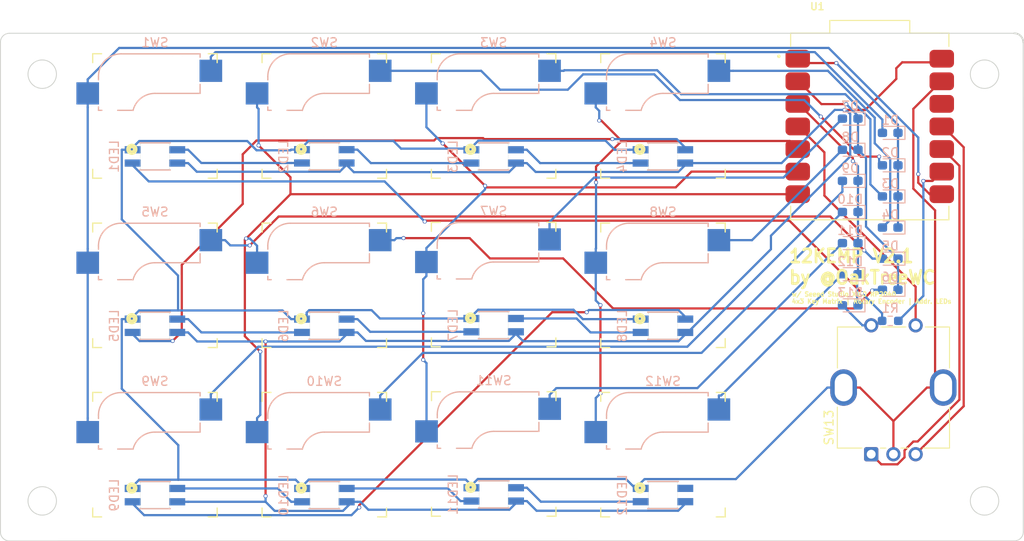
<source format=kicad_pcb>
(kicad_pcb (version 20221018) (generator pcbnew)
  (layers (0 "F.Cu" signal) (31 "B.Cu" signal) (34 "B.Paste" user) (35 "F.Paste" user) (36 "B.SilkS" user "B.Silkscreen") (37 "F.SilkS" user "F.Silkscreen") (38 "B.Mask" user) (39 "F.Mask" user) (44 "Edge.Cuts" user))
  (net 0 "")
  (net 1 "GND")
  (net 2 "/Row1")
  (net 3 "Net-(D1-A)")
  (net 4 "/Row2")
  (net 5 "Net-(D2-A)")
  (net 6 "/Row3")
  (net 7 "Net-(D3-A)")
  (net 8 "Net-(D4-A)")
  (net 9 "Net-(D5-A)")
  (net 10 "Net-(D6-A)")
  (net 11 "Net-(D7-A)")
  (net 12 "Net-(D8-A)")
  (net 13 "Net-(D9-A)")
  (net 14 "Net-(D10-A)")
  (net 15 "Net-(D11-A)")
  (net 16 "Net-(D12-A)")
  (net 17 "/Col5")
  (net 18 "/Encoder_A")
  (net 19 "/Encoder_B")
  (net 20 "/Col1")
  (net 21 "/Col4")
  (net 22 "/Col2")
  (net 23 "/Col3")
  (net 24 "/NPDATA2")
  (net 25 "Net-(LED1-DOUT)")
  (net 26 "Net-(LED1-DIN)")
  (net 27 "Net-(LED2-DOUT)")
  (net 28 "Net-(LED3-DOUT)")
  (net 29 "Net-(LED4-DOUT)")
  (net 30 "Net-(LED5-DOUT)")
  (net 31 "Net-(LED6-DOUT)")
  (net 32 "Net-(LED7-DOUT)")
  (net 33 "Net-(LED8-DOUT)")
  (net 34 "Net-(LED10-DIN)")
  (net 35 "Net-(LED10-DOUT)")
  (net 36 "Net-(LED11-DOUT)")
  (net 38 "+5V")
  (net 39 "+3V3")
  (net 40 "Net-(D13-A)")
  (footprint "KalihChocV1:Kailh_socket_MX" (layer "F.Cu") (at 128.7275 70.7)
    (fp_text reference "SW2")
    (fp_text value "MXSocket")
  )
  (footprint "KalihChocV1:Kailh_socket_MX" (layer "F.Cu") (at 147.7775 89.67)
    (fp_text reference "SW7")
    (fp_text value "MXSocket")
  )
  (footprint "KalihChocV1:Kailh_socket_MX" (layer "F.Cu") (at 109.6775 89.75)
    (fp_text reference "SW5")
    (fp_text value "MXSocket")
  )
  (footprint "102010428:MODULE_102010428" (layer "F.Cu") (at 190.0895 71.88)
    (fp_text reference "U1")
    (fp_text value "102010428")
  )
  (footprint "KalihChocV1:Kailh_socket_MX" (layer "F.Cu") (at 147.79 108.72)
    (fp_text reference "SW11")
    (fp_text value "MXSocket")
  )
  (footprint "KalihChocV1:Kailh_socket_MX" (layer "F.Cu") (at 128.7275 108.8)
    (fp_text reference "SW10")
    (fp_text value "MXSocket")
  )
  (footprint "KalihChocV1:Kailh_socket_MX" (layer "F.Cu") (at 109.6775 70.7)
    (fp_text reference "SW1")
    (fp_text value "MXSocket")
  )
  (footprint "KalihChocV1:Kailh_socket_MX" (layer "F.Cu") (at 166.8275 89.75)
    (fp_text reference "SW8")
    (fp_text value "MXSocket")
  )
  (footprint "KalihChocV1:Kailh_socket_MX" (layer "F.Cu") (at 128.7275 89.75)
    (fp_text reference "SW6")
    (fp_text value "MXSocket")
  )
  (footprint "KalihChocV1:Kailh_socket_MX" (layer "F.Cu") (at 109.6775 108.8)
    (fp_text reference "SW9")
    (fp_text value "MXSocket")
  )
  (footprint "KalihChocV1:Kailh_socket_MX" (layer "F.Cu") (at 166.8275 108.8)
    (fp_text reference "SW12")
    (fp_text value "MXSocket")
  )
  (footprint "KalihChocV1:Kailh_socket_MX" (layer "F.Cu") (at 147.7775 70.7)
    (fp_text reference "SW3")
    (fp_text value "MXSocket")
  )
  (footprint "Rotary_Encoder:RotaryEncoder_Bourns_Vertical_PEC12R-3x17F-Sxxxx" (layer "F.Cu") (at 190.25 108.75 90)
    (fp_text reference "SW13")
    (fp_text value "RotaryEncoder_Switch")
  )
  (footprint "KalihChocV1:Kailh_socket_MX" (layer "F.Cu") (at 166.8275 70.7)
    (fp_text reference "SW4")
    (fp_text value "MXSocket")
  )
  (footprint "4960 NeoPixels:4960_ADA" (layer "B.Cu") (at 128.73 94.3 180)
    (fp_text reference "LED6")
    (fp_text value "NeoPixel_THT")
    (fp_line (start -1.65 1.35) (end -1.65 -1.35) (stroke (width 0.0254)) (layer "Edge.Cuts"))
    (fp_line (start -1.55 -1.45) (end 1.55 -1.45) (stroke (width 0.0254)) (layer "Edge.Cuts"))
    (fp_line (start -1.55 1.45) (end 1.55 1.45) (stroke (width 0.0254)) (layer "Edge.Cuts"))
    (fp_line (start 1.65 -1.35) (end 1.65 1.35) (stroke (width 0.0254)) (layer "Edge.Cuts"))
    (fp_arc (start -1.65 -1.35) (mid -1.620711 -1.420711) (end -1.55 -1.45) (stroke (width 0.05)) (layer "Edge.Cuts"))
    (fp_arc (start -1.55 1.45) (mid -1.620711 1.420711) (end -1.65 1.35) (stroke (width 0.05)) (layer "Edge.Cuts"))
    (fp_arc (start 1.55 -1.45) (mid 1.620711 -1.420711) (end 1.65 -1.35) (stroke (width 0.05)) (layer "Edge.Cuts"))
    (fp_arc (start 1.65 1.35) (mid 1.620711 1.420711) (end 1.55 1.45) (stroke (width 0.05)) (layer "Edge.Cuts"))
  )
  (footprint "Diode_SMD:D_0603_1608Metric_Pad1.05x0.95mm_HandSolder" (layer "B.Cu") (at 187.8895 74.5 180)
    (fp_text reference "D8")
    (fp_text value "D_Schottky")
  )
  (footprint "4960 NeoPixels:4960_ADA" (layer "B.Cu") (at 109.68 113.35 180)
    (fp_text reference "LED9")
    (fp_text value "NeoPixel_THT")
    (fp_line (start -1.65 1.35) (end -1.65 -1.35) (stroke (width 0.0254)) (layer "Edge.Cuts"))
    (fp_line (start -1.55 -1.45) (end 1.55 -1.45) (stroke (width 0.0254)) (layer "Edge.Cuts"))
    (fp_line (start -1.55 1.45) (end 1.55 1.45) (stroke (width 0.0254)) (layer "Edge.Cuts"))
    (fp_line (start 1.65 -1.35) (end 1.65 1.35) (stroke (width 0.0254)) (layer "Edge.Cuts"))
    (fp_arc (start -1.65 -1.35) (mid -1.620711 -1.420711) (end -1.55 -1.45) (stroke (width 0.05)) (layer "Edge.Cuts"))
    (fp_arc (start -1.55 1.45) (mid -1.620711 1.420711) (end -1.65 1.35) (stroke (width 0.05)) (layer "Edge.Cuts"))
    (fp_arc (start 1.55 -1.45) (mid 1.620711 -1.420711) (end 1.65 -1.35) (stroke (width 0.05)) (layer "Edge.Cuts"))
    (fp_arc (start 1.65 1.35) (mid 1.620711 1.420711) (end 1.55 1.45) (stroke (width 0.05)) (layer "Edge.Cuts"))
  )
  (footprint "Diode_SMD:D_0603_1608Metric_Pad1.05x0.95mm_HandSolder" (layer "B.Cu") (at 192.3895 79.75 180)
    (fp_text reference "D3")
    (fp_text value "D_Schottky")
  )
  (footprint "Diode_SMD:D_0603_1608Metric_Pad1.05x0.95mm_HandSolder" (layer "B.Cu") (at 192.3895 90.25 180)
    (fp_text reference "D6")
    (fp_text value "D_Schottky")
  )
  (footprint "4960 NeoPixels:4960_ADA" (layer "B.Cu") (at 109.68 75.25 180)
    (fp_text reference "LED1")
    (fp_text value "NeoPixel_THT")
    (fp_line (start -1.65 1.35) (end -1.65 -1.35) (stroke (width 0.0254)) (layer "Edge.Cuts"))
    (fp_line (start -1.55 -1.45) (end 1.55 -1.45) (stroke (width 0.0254)) (layer "Edge.Cuts"))
    (fp_line (start -1.55 1.45) (end 1.55 1.45) (stroke (width 0.0254)) (layer "Edge.Cuts"))
    (fp_line (start 1.65 -1.35) (end 1.65 1.35) (stroke (width 0.0254)) (layer "Edge.Cuts"))
    (fp_arc (start -1.65 -1.35) (mid -1.620711 -1.420711) (end -1.55 -1.45) (stroke (width 0.05)) (layer "Edge.Cuts"))
    (fp_arc (start -1.55 1.45) (mid -1.620711 1.420711) (end -1.65 1.35) (stroke (width 0.05)) (layer "Edge.Cuts"))
    (fp_arc (start 1.55 -1.45) (mid 1.620711 -1.420711) (end 1.65 -1.35) (stroke (width 0.05)) (layer "Edge.Cuts"))
    (fp_arc (start 1.65 1.35) (mid 1.620711 1.420711) (end 1.55 1.45) (stroke (width 0.05)) (layer "Edge.Cuts"))
  )
  (footprint "Diode_SMD:D_0603_1608Metric_Pad1.05x0.95mm_HandSolder" (layer "B.Cu") (at 187.8895 92 180)
    (fp_text reference "D13")
    (fp_text value "D_Schottky")
  )
  (footprint "Diode_SMD:D_0603_1608Metric_Pad1.05x0.95mm_HandSolder" (layer "B.Cu") (at 187.8895 85 180)
    (fp_text reference "D11")
    (fp_text value "D_Schottky")
  )
  (footprint "Diode_SMD:D_0603_1608Metric_Pad1.05x0.95mm_HandSolder" (layer "B.Cu") (at 192.3895 72.6 180)
    (fp_text reference "D1")
    (fp_text value "D_Schottky")
  )
  (footprint "4960 NeoPixels:4960_ADA" (layer "B.Cu") (at 147.78 75.25 180)
    (fp_text reference "LED3")
    (fp_text value "NeoPixel_THT")
    (fp_line (start -1.65 1.35) (end -1.65 -1.35) (stroke (width 0.0254)) (layer "Edge.Cuts"))
    (fp_line (start -1.55 -1.45) (end 1.55 -1.45) (stroke (width 0.0254)) (layer "Edge.Cuts"))
    (fp_line (start -1.55 1.45) (end 1.55 1.45) (stroke (width 0.0254)) (layer "Edge.Cuts"))
    (fp_line (start 1.65 -1.35) (end 1.65 1.35) (stroke (width 0.0254)) (layer "Edge.Cuts"))
    (fp_arc (start -1.65 -1.35) (mid -1.620711 -1.420711) (end -1.55 -1.45) (stroke (width 0.05)) (layer "Edge.Cuts"))
    (fp_arc (start -1.55 1.45) (mid -1.620711 1.420711) (end -1.65 1.35) (stroke (width 0.05)) (layer "Edge.Cuts"))
    (fp_arc (start 1.55 -1.45) (mid 1.620711 -1.420711) (end 1.65 -1.35) (stroke (width 0.05)) (layer "Edge.Cuts"))
    (fp_arc (start 1.65 1.35) (mid 1.620711 1.420711) (end 1.55 1.45) (stroke (width 0.05)) (layer "Edge.Cuts"))
  )
  (footprint "Diode_SMD:D_0603_1608Metric_Pad1.05x0.95mm_HandSolder" (layer "B.Cu") (at 187.8895 81.5 180)
    (fp_text reference "D10")
    (fp_text value "D_Schottky")
  )
  (footprint "4960 NeoPixels:4960_ADA" (layer "B.Cu") (at 166.82 75.25 180)
    (fp_text reference "LED4")
    (fp_text value "NeoPixel_THT")
    (fp_line (start -1.65 1.35) (end -1.65 -1.35) (stroke (width 0.0254)) (layer "Edge.Cuts"))
    (fp_line (start -1.55 -1.45) (end 1.55 -1.45) (stroke (width 0.0254)) (layer "Edge.Cuts"))
    (fp_line (start -1.55 1.45) (end 1.55 1.45) (stroke (width 0.0254)) (layer "Edge.Cuts"))
    (fp_line (start 1.65 -1.35) (end 1.65 1.35) (stroke (width 0.0254)) (layer "Edge.Cuts"))
    (fp_arc (start -1.65 -1.35) (mid -1.620711 -1.420711) (end -1.55 -1.45) (stroke (width 0.05)) (layer "Edge.Cuts"))
    (fp_arc (start -1.55 1.45) (mid -1.620711 1.420711) (end -1.65 1.35) (stroke (width 0.05)) (layer "Edge.Cuts"))
    (fp_arc (start 1.55 -1.45) (mid 1.620711 -1.420711) (end 1.65 -1.35) (stroke (width 0.05)) (layer "Edge.Cuts"))
    (fp_arc (start 1.65 1.35) (mid 1.620711 1.420711) (end 1.55 1.45) (stroke (width 0.05)) (layer "Edge.Cuts"))
  )
  (footprint "4960 NeoPixels:4960_ADA" (layer "B.Cu") (at 109.68 94.3 180)
    (fp_text reference "LED5")
    (fp_text value "NeoPixel_THT")
    (fp_line (start -1.65 1.35) (end -1.65 -1.35) (stroke (width 0.0254)) (layer "Edge.Cuts"))
    (fp_line (start -1.55 -1.45) (end 1.55 -1.45) (stroke (width 0.0254)) (layer "Edge.Cuts"))
    (fp_line (start -1.55 1.45) (end 1.55 1.45) (stroke (width 0.0254)) (layer "Edge.Cuts"))
    (fp_line (start 1.65 -1.35) (end 1.65 1.35) (stroke (width 0.0254)) (layer "Edge.Cuts"))
    (fp_arc (start -1.65 -1.35) (mid -1.620711 -1.420711) (end -1.55 -1.45) (stroke (width 0.05)) (layer "Edge.Cuts"))
    (fp_arc (start -1.55 1.45) (mid -1.620711 1.420711) (end -1.65 1.35) (stroke (width 0.05)) (layer "Edge.Cuts"))
    (fp_arc (start 1.55 -1.45) (mid 1.620711 -1.420711) (end 1.65 -1.35) (stroke (width 0.05)) (layer "Edge.Cuts"))
    (fp_arc (start 1.65 1.35) (mid 1.620711 1.420711) (end 1.55 1.45) (stroke (width 0.05)) (layer "Edge.Cuts"))
  )
  (footprint "4960 NeoPixels:4960_ADA" (layer "B.Cu") (at 166.83 94.3 180)
    (fp_text reference "LED8")
    (fp_text value "NeoPixel_THT")
    (fp_line (start -1.65 1.35) (end -1.65 -1.35) (stroke (width 0.0254)) (layer "Edge.Cuts"))
    (fp_line (start -1.55 -1.45) (end 1.55 -1.45) (stroke (width 0.0254)) (layer "Edge.Cuts"))
    (fp_line (start -1.55 1.45) (end 1.55 1.45) (stroke (width 0.0254)) (layer "Edge.Cuts"))
    (fp_line (start 1.65 -1.35) (end 1.65 1.35) (stroke (width 0.0254)) (layer "Edge.Cuts"))
    (fp_arc (start -1.65 -1.35) (mid -1.620711 -1.420711) (end -1.55 -1.45) (stroke (width 0.05)) (layer "Edge.Cuts"))
    (fp_arc (start -1.55 1.45) (mid -1.620711 1.420711) (end -1.65 1.35) (stroke (width 0.05)) (layer "Edge.Cuts"))
    (fp_arc (start 1.55 -1.45) (mid 1.620711 -1.420711) (end 1.65 -1.35) (stroke (width 0.05)) (layer "Edge.Cuts"))
    (fp_arc (start 1.65 1.35) (mid 1.620711 1.420711) (end 1.55 1.45) (stroke (width 0.05)) (layer "Edge.Cuts"))
  )
  (footprint "Diode_SMD:D_0603_1608Metric_Pad1.05x0.95mm_HandSolder" (layer "B.Cu") (at 192.3895 86.75 180)
    (fp_text reference "D5")
    (fp_text value "D_Schottky")
  )
  (footprint "Diode_SMD:D_0603_1608Metric_Pad1.05x0.95mm_HandSolder" (layer "B.Cu") (at 187.8895 78 180)
    (fp_text reference "D9")
    (fp_text value "D_Schottky")
  )
  (footprint "4960 NeoPixels:4960_ADA" (layer "B.Cu") (at 147.78 94.23 180)
    (fp_text reference "LED7")
    (fp_text value "NeoPixel_THT")
    (fp_line (start -1.65 1.35) (end -1.65 -1.35) (stroke (width 0.0254)) (layer "Edge.Cuts"))
    (fp_line (start -1.55 -1.45) (end 1.55 -1.45) (stroke (width 0.0254)) (layer "Edge.Cuts"))
    (fp_line (start -1.55 1.45) (end 1.55 1.45) (stroke (width 0.0254)) (layer "Edge.Cuts"))
    (fp_line (start 1.65 -1.35) (end 1.65 1.35) (stroke (width 0.0254)) (layer "Edge.Cuts"))
    (fp_arc (start -1.65 -1.35) (mid -1.620711 -1.420711) (end -1.55 -1.45) (stroke (width 0.05)) (layer "Edge.Cuts"))
    (fp_arc (start -1.55 1.45) (mid -1.620711 1.420711) (end -1.65 1.35) (stroke (width 0.05)) (layer "Edge.Cuts"))
    (fp_arc (start 1.55 -1.45) (mid 1.620711 -1.420711) (end 1.65 -1.35) (stroke (width 0.05)) (layer "Edge.Cuts"))
    (fp_arc (start 1.65 1.35) (mid 1.620711 1.420711) (end 1.55 1.45) (stroke (width 0.05)) (layer "Edge.Cuts"))
  )
  (footprint "4960 NeoPixels:4960_ADA" (layer "B.Cu") (at 166.83 113.34 180)
    (fp_text reference "LED12")
    (fp_text value "NeoPixel_THT")
    (fp_line (start -1.65 1.35) (end -1.65 -1.35) (stroke (width 0.0254)) (layer "Edge.Cuts"))
    (fp_line (start -1.55 -1.45) (end 1.55 -1.45) (stroke (width 0.0254)) (layer "Edge.Cuts"))
    (fp_line (start -1.55 1.45) (end 1.55 1.45) (stroke (width 0.0254)) (layer "Edge.Cuts"))
    (fp_line (start 1.65 -1.35) (end 1.65 1.35) (stroke (width 0.0254)) (layer "Edge.Cuts"))
    (fp_arc (start -1.65 -1.35) (mid -1.620711 -1.420711) (end -1.55 -1.45) (stroke (width 0.05)) (layer "Edge.Cuts"))
    (fp_arc (start -1.55 1.45) (mid -1.620711 1.420711) (end -1.65 1.35) (stroke (width 0.05)) (layer "Edge.Cuts"))
    (fp_arc (start 1.55 -1.45) (mid 1.620711 -1.420711) (end 1.65 -1.35) (stroke (width 0.05)) (layer "Edge.Cuts"))
    (fp_arc (start 1.65 1.35) (mid 1.620711 1.420711) (end 1.55 1.45) (stroke (width 0.05)) (layer "Edge.Cuts"))
  )
  (footprint "Resistor_SMD:R_0603_1608Metric_Pad0.98x0.95mm_HandSolder" (layer "B.Cu") (at 192.3895 93.75 180)
    (fp_text reference "R1")
    (fp_text value "390o")
  )
  (footprint "4960 NeoPixels:4960_ADA" (layer "B.Cu") (at 128.73 75.24 180)
    (fp_text reference "LED2")
    (fp_text value "NeoPixel_THT")
    (fp_line (start -1.65 1.35) (end -1.65 -1.35) (stroke (width 0.0254)) (layer "Edge.Cuts"))
    (fp_line (start -1.55 -1.45) (end 1.55 -1.45) (stroke (width 0.0254)) (layer "Edge.Cuts"))
    (fp_line (start -1.55 1.45) (end 1.55 1.45) (stroke (width 0.0254)) (layer "Edge.Cuts"))
    (fp_line (start 1.65 -1.35) (end 1.65 1.35) (stroke (width 0.0254)) (layer "Edge.Cuts"))
    (fp_arc (start -1.65 -1.35) (mid -1.620711 -1.420711) (end -1.55 -1.45) (stroke (width 0.05)) (layer "Edge.Cuts"))
    (fp_arc (start -1.55 1.45) (mid -1.620711 1.420711) (end -1.65 1.35) (stroke (width 0.05)) (layer "Edge.Cuts"))
    (fp_arc (start 1.55 -1.45) (mid 1.620711 -1.420711) (end 1.65 -1.35) (stroke (width 0.05)) (layer "Edge.Cuts"))
    (fp_arc (start 1.65 1.35) (mid 1.620711 1.420711) (end 1.55 1.45) (stroke (width 0.05)) (layer "Edge.Cuts"))
  )
  (footprint "4960 NeoPixels:4960_ADA" (layer "B.Cu") (at 128.74 113.35 180)
    (fp_text reference "LED10")
    (fp_text value "NeoPixel_THT")
    (fp_line (start -1.65 1.35) (end -1.65 -1.35) (stroke (width 0.0254)) (layer "Edge.Cuts"))
    (fp_line (start -1.55 -1.45) (end 1.55 -1.45) (stroke (width 0.0254)) (layer "Edge.Cuts"))
    (fp_line (start -1.55 1.45) (end 1.55 1.45) (stroke (width 0.0254)) (layer "Edge.Cuts"))
    (fp_line (start 1.65 -1.35) (end 1.65 1.35) (stroke (width 0.0254)) (layer "Edge.Cuts"))
    (fp_arc (start -1.65 -1.35) (mid -1.620711 -1.420711) (end -1.55 -1.45) (stroke (width 0.05)) (layer "Edge.Cuts"))
    (fp_arc (start -1.55 1.45) (mid -1.620711 1.420711) (end -1.65 1.35) (stroke (width 0.05)) (layer "Edge.Cuts"))
    (fp_arc (start 1.55 -1.45) (mid 1.620711 -1.420711) (end 1.65 -1.35) (stroke (width 0.05)) (layer "Edge.Cuts"))
    (fp_arc (start 1.65 1.35) (mid 1.620711 1.420711) (end 1.55 1.45) (stroke (width 0.05)) (layer "Edge.Cuts"))
  )
  (footprint "4960 NeoPixels:4960_ADA" (layer "B.Cu") (at 147.79 113.27 180)
    (fp_text reference "LED11")
    (fp_text value "NeoPixel_THT")
    (fp_line (start -1.65 1.35) (end -1.65 -1.35) (stroke (width 0.0254)) (layer "Edge.Cuts"))
    (fp_line (start -1.55 -1.45) (end 1.55 -1.45) (stroke (width 0.0254)) (layer "Edge.Cuts"))
    (fp_line (start -1.55 1.45) (end 1.55 1.45) (stroke (width 0.0254)) (layer "Edge.Cuts"))
    (fp_line (start 1.65 -1.35) (end 1.65 1.35) (stroke (width 0.0254)) (layer "Edge.Cuts"))
    (fp_arc (start -1.65 -1.35) (mid -1.620711 -1.420711) (end -1.55 -1.45) (stroke (width 0.05)) (layer "Edge.Cuts"))
    (fp_arc (start -1.55 1.45) (mid -1.620711 1.420711) (end -1.65 1.35) (stroke (width 0.05)) (layer "Edge.Cuts"))
    (fp_arc (start 1.55 -1.45) (mid 1.620711 -1.420711) (end 1.65 -1.35) (stroke (width 0.05)) (layer "Edge.Cuts"))
    (fp_arc (start 1.65 1.35) (mid 1.620711 1.420711) (end 1.55 1.45) (stroke (width 0.05)) (layer "Edge.Cuts"))
  )
  (footprint "Diode_SMD:D_0603_1608Metric_Pad1.05x0.95mm_HandSolder" (layer "B.Cu") (at 187.8895 88.5 180)
    (fp_text reference "D12")
    (fp_text value "D_Schottky")
  )
  (footprint "Diode_SMD:D_0603_1608Metric_Pad1.05x0.95mm_HandSolder" (layer "B.Cu") (at 192.3895 76.25 180)
    (fp_text reference "D2")
    (fp_text value "D_Schottky")
  )
  (footprint "Diode_SMD:D_0603_1608Metric_Pad1.05x0.95mm_HandSolder" (layer "B.Cu") (at 192.3895 83.25 180)
    (fp_text reference "D4")
    (fp_text value "D_Schottky")
  )
  (footprint "Diode_SMD:D_0603_1608Metric_Pad1.05x0.95mm_HandSolder" (layer "B.Cu") (at 187.8895 71 180)
    (fp_text reference "D7")
    (fp_text value "D_Schottky")
  )
  (gr_arc (start 207.36 117.492889) (mid 207.067109 118.2) (end 206.36 118.492889) (stroke (width 0.1)) (layer "Edge.Cuts"))
  (gr_arc (start 92.3 62.4) (mid 92.592893 61.692893) (end 93.3 61.4) (stroke (width 0.1)) (layer "Edge.Cuts"))
  (gr_line (start 207.35 62.4) (end 207.36 117.492889) (stroke (width 0.1)) (layer "Edge.Cuts"))
  (gr_line (start 198.2 61.4) (end 206.35 61.4) (stroke (width 0.1)) (layer "Edge.Cuts"))
  (gr_arc (start 93.3 118.5) (mid 92.592893 118.207107) (end 92.3 117.5) (stroke (width 0.1)) (layer "Edge.Cuts"))
  (gr_circle (center 203 66) (end 201.4 66) (stroke (width 0.1)) (fill none) (layer "Edge.Cuts"))
  (gr_line (start 92.3 117.5) (end 92.3 62.4) (stroke (width 0.1)) (layer "Edge.Cuts"))
  (gr_arc (start 206.35 61.4) (mid 207.057107 61.692893) (end 207.35 62.4) (stroke (width 0.2)) (layer "Edge.Cuts"))
  (gr_circle (center 97 114) (end 97 112.4) (stroke (width 0.1)) (fill none) (layer "Edge.Cuts"))
  (gr_circle (center 97 66) (end 96.98 64.4) (stroke (width 0.1)) (fill none) (layer "Edge.Cuts"))
  (gr_line (start 206.36 118.492889) (end 93.3 118.5) (stroke (width 0.1)) (layer "Edge.Cuts"))
  (gr_circle (center 203 114) (end 201.4 113.997111) (stroke (width 0.1)) (fill none) (layer "Edge.Cuts"))
  (gr_line (start 93.3 61.4) (end 198.2 61.4) (stroke (width 0.1)) (layer "Edge.Cuts"))
  (gr_text "12KEMP V2.1\nby @OakTreeWC" (at 180.85 89.75) (layer "F.SilkS") (effects (font (size 1.5 1.4) (thickness 0.3) bold) (justify left bottom)))
  (gr_text "w/ Seeed Studio XIAO RP2040\n4x3 Key Matrix | Rotary Encoder | Addr. LEDs" (at 181.25 91.85) (layer "F.SilkS") (effects (font (size 0.5 0.5) (thickness 0.125) bold) (justify left bottom)))
  (segment (start 192.75 105.0231) (end 188.9769 101.25) (width 0.25) (layer "F.Cu") (net 1))
  (segment (start 197.4366 101.25) (end 197.4366 81.3217) (width 0.25) (layer "F.Cu") (net 1))
  (segment (start 198.0936 66.8) (end 198.1895 66.8) (width 0.25) (layer "F.Cu") (net 1))
  (segment (start 187.15 101.25) (end 188.9769 101.25) (width 0.25) (layer "F.Cu") (net 1))
  (segment (start 194.9911 69.9025) (end 198.0936 66.8) (width 0.25) (layer "F.Cu") (net 1))
  (segment (start 192.75 108.75) (end 192.75 105.0231) (width 0.25) (layer "F.Cu") (net 1))
  (segment (start 198.35 101.25) (end 197.4366 101.25) (width 0.25) (layer "F.Cu") (net 1))
  (segment (start 194.9911 78.8762) (end 194.9911 69.9025) (width 0.25) (layer "F.Cu") (net 1))
  (segment (start 197.4366 81.3217) (end 194.9911 78.8762) (width 0.25) (layer "F.Cu") (net 1))
  (segment (start 197.4366 101.25) (end 196.5231 101.25) (width 0.25) (layer "F.Cu") (net 1))
  (segment (start 192.75 105.0231) (end 196.5231 101.25) (width 0.25) (layer "F.Cu") (net 1))
  (segment (start 164.7578 111.5467) (end 175.0264 111.5467) (width 0.25) (layer "B.Cu") (net 1))
  (segment (start 145.2881 112.2486) (end 145.2881 112.5207) (width 0.25) (layer "B.Cu") (net 1))
  (segment (start 187.15 101.25) (end 185.3231 101.25) (width 0.25) (layer "B.Cu") (net 1))
  (segment (start 126.9569 73.5134) (end 126.2281 74.2422) (width 0.25) (layer "B.Cu") (net 1))
  (segment (start 120.0666 73.5189) (end 121.1091 74.5614) (width 0.25) (layer "B.Cu") (net 1))
  (segment (start 156.7625 92.4969) (end 146.0382 92.4969) (width 0.25) (layer "B.Cu") (net 1))
  (segment (start 145.2781 74.5007) (end 145.2781 74.3759) (width 0.25) (layer "B.Cu") (net 1))
  (segment (start 107.1781 74.2511) (end 107.9103 73.5189) (width 0.25) (layer "B.Cu") (net 1))
  (segment (start 161.3916 74.5007) (end 163.0895 74.5007) (width 0.25) (layer "B.Cu") (net 1))
  (segment (start 164.3281 93.5507) (end 163.0995 93.5507) (width 0.25) (layer "B.Cu") (net 1))
  (segment (start 107.1781 93.5507) (end 105.9495 93.5507) (width 0.25) (layer "B.Cu") (net 1))
  (segment (start 126.7507 93.0282) (end 126.7506 93.0282) (width 0.25) (layer "B.Cu") (net 1))
  (segment (start 107.1781 93.301) (end 107.1781 93.5507) (width 0.25) (layer "B.Cu") (net 1))
  (segment (start 145.2781 74.2511) (end 146.0556 73.4736) (width 0.25) (layer "B.Cu") (net 1))
  (segment (start 107.1781 74.5007) (end 107.1781 74.2511) (width 0.25) (layer "B.Cu") (net 1))
  (segment (start 105.9495 101.3784) (end 112.3064 107.7353) (width 0.25) (layer "B.Cu") (net 1))
  (segment (start 126.2281 74.2422) (end 126.2281 74.4907) (width 0.25) (layer "B.Cu") (net 1))
  (segment (start 107.9103 111.6189) (end 107.1781 112.3511) (width 0.25) (layer "B.Cu") (net 1))
  (segment (start 146.0382 92.4969) (end 145.2781 93.257) (width 0.25) (layer "B.Cu") (net 1))
  (segment (start 163.0995 93.5507) (end 157.8163 93.5507) (width 0.25) (layer "B.Cu") (net 1))
  (segment (start 107.1781 112.3511) (end 107.1781 112.6007) (width 0.25) (layer "B.Cu") (net 1))
  (segment (start 126.2381 112.3518) (end 125.5052 111.6189) (width 0.25) (layer "B.Cu") (net 1))
  (segment (start 105.9495 93.5507) (end 105.9495 101.3784) (width 0.25) (layer "B.Cu") (net 1))
  (segment (start 112.2803 92.5761) (end 107.903 92.5761) (width 0.25) (layer "B.Cu") (net 1))
  (segment (start 124.9288 74.5614) (end 124.9995 74.4907) (width 0.25) (layer "B.Cu") (net 1))
  (segment (start 146.0012 111.5355) (end 145.2881 112.2486) (width 0.25) (layer "B.Cu") (net 1))
  (segment (start 121.1091 74.5614) (end 124.9288 74.5614) (width 0.25) (layer "B.Cu") (net 1))
  (segment (start 136.5044 73.5134) (end 126.9569 73.5134) (width 0.25) (layer "B.Cu") (net 1))
  (segment (start 163.7138 112.5907) (end 164.7578 111.5467) (width 0.25) (layer "B.Cu") (net 1))
  (segment (start 134.0425 92.5394) (end 127.0313 92.5394) (width 0.25) (layer "B.Cu") (net 1))
  (segment (start 163.7138 112.5907) (end 162.6586 111.5355) (width 0.25) (layer "B.Cu") (net 1))
  (segment (start 145.2881 112.2486) (end 144.6433 111.6038) (width 0.25) (layer "B.Cu") (net 1))
  (segment (start 112.2803 88.6592) (end 105.9495 82.3284) (width 0.25) (layer "B.Cu") (net 1))
  (segment (start 137.3669 74.3759) (end 136.5044 73.5134) (width 0.25) (layer "B.Cu") (net 1))
  (segment (start 157.8163 93.5507) (end 156.7625 92.4969) (width 0.25) (layer "B.Cu") (net 1))
  (segment (start 126.7507 92.82) (end 126.7507 93.0282) (width 0.25) (layer "B.Cu") (net 1))
  (segment (start 125.5052 111.6189) (end 112.3064 111.6189) (width 0.25) (layer "B.Cu") (net 1))
  (segment (start 162.6586 111.5355) (end 146.0012 111.5355) (width 0.25) (layer "B.Cu") (net 1))
  (segment (start 126.2281 93.5507) (end 124.9995 93.5507) (width 0.25) (layer "B.Cu") (net 1))
  (segment (start 164.3181 74.5007) (end 163.0895 74.5007) (width 0.25) (layer "B.Cu") (net 1))
  (segment (start 105.9495 82.3284) (end 105.9495 74.5007) (width 0.25) (layer "B.Cu") (net 1))
  (segment (start 112.3064 111.6189) (end 107.9103 111.6189) (width 0.25) (layer "B.Cu") (net 1))
  (segment (start 160.3645 73.4736) (end 161.3916 74.5007) (width 0.25) (layer "B.Cu") (net 1))
  (segment (start 126.7506 93.0282) (end 126.2281 93.5507) (width 0.25) (layer "B.Cu") (net 1))
  (segment (start 145.2781 74.3759) (end 145.2781 74.2511) (width 0.25) (layer "B.Cu") (net 1))
  (segment (start 145.2781 93.4807) (end 134.9838 93.4807) (width 0.25) (layer "B.Cu") (net 1))
  (segment (start 146.0556 73.4736) (end 160.3645 73.4736) (width 0.25) (layer "B.Cu") (net 1))
  (segment (start 127.0313 92.5394) (end 126.7507 92.82) (width 0.25) (layer "B.Cu") (net 1))
  (segment (start 126.9861 111.6038) (end 126.2381 112.3518) (width 0.25) (layer "B.Cu") (net 1))
  (segment (start 107.903 92.5761) (end 107.1781 93.301) (width 0.25) (layer "B.Cu") (net 1))
  (segment (start 126.2281 74.4907) (end 124.9995 74.4907) (width 0.25) (layer "B.Cu") (net 1))
  (segment (start 145.2781 74.3759) (end 137.3669 74.3759) (width 0.25) (layer "B.Cu") (net 1))
  (segment (start 124.9995 93.5507) (end 124.0249 92.5761) (width 0.25) (layer "B.Cu") (net 1))
  (segment (start 107.9103 73.5189) (end 120.0666 73.5189) (width 0.25) (layer "B.Cu") (net 1))
  (segment (start 175.0264 111.5467) (end 185.3231 101.25) (width 0.25) (layer "B.Cu") (net 1))
  (segment (start 145.2781 93.257) (end 145.2781 93.4807) (width 0.25) (layer "B.Cu") (net 1))
  (segment (start 112.2803 92.5761) (end 112.2803 88.6592) (width 0.25) (layer "B.Cu") (net 1))
  (segment (start 134.9838 93.4807) (end 134.0425 92.5394) (width 0.25) (layer "B.Cu") (net 1))
  (segment (start 126.2381 112.3518) (end 126.2381 112.6007) (width 0.25) (layer "B.Cu") (net 1))
  (segment (start 112.3064 107.7353) (end 112.3064 111.6189) (width 0.25) (layer "B.Cu") (net 1))
  (segment (start 107.1781 74.5007) (end 105.9495 74.5007) (width 0.25) (layer "B.Cu") (net 1))
  (segment (start 144.6433 111.6038) (end 126.9861 111.6038) (width 0.25) (layer "B.Cu") (net 1))
  (segment (start 164.3281 112.5907) (end 163.7138 112.5907) (width 0.25) (layer "B.Cu") (net 1))
  (segment (start 124.0249 92.5761) (end 112.2803 92.5761) (width 0.25) (layer "B.Cu") (net 1))
  (segment (start 182.4755 64.746) (end 181.9895 64.26) (width 0.25) (layer "F.Cu") (net 2))
  (segment (start 186.323 64.746) (end 182.4755 64.746) (width 0.25) (layer "F.Cu") (net 2))
  (via (at 186.323 64.746) (size 0.45) (drill 0.3) (layers "F.Cu" "B.Cu") (net 2))
  (segment (start 193.2645 79.75) (end 193.2645 76.25) (width 0.25) (layer "B.Cu") (net 2))
  (segment (start 193.2645 76.25) (end 193.2645 72.6) (width 0.25) (layer "B.Cu") (net 2))
  (segment (start 193.2645 72.6) (end 193.2645 71.6875) (width 0.25) (layer "B.Cu") (net 2))
  (segment (start 193.2645 71.6875) (end 186.323 64.746) (width 0.25) (layer "B.Cu") (net 2))
  (segment (start 193.2645 83.25) (end 193.2645 79.75) (width 0.25) (layer "B.Cu") (net 2))
  (segment (start 191.5145 71.1203) (end 183.9073 63.5131) (width 0.25) (layer "B.Cu") (net 3))
  (segment (start 191.5145 72.6) (end 191.5145 71.1203) (width 0.25) (layer "B.Cu") (net 3))
  (segment (start 183.9073 63.5131) (end 116.4975 63.5131) (width 0.25) (layer "B.Cu") (net 3))
  (segment (start 116.4975 63.5131) (end 115.9675 64.0431) (width 0.25) (layer "B.Cu") (net 3))
  (segment (start 115.9675 65.62) (end 115.9675 64.0431) (width 0.25) (layer "B.Cu") (net 3))
  (segment (start 184.6506 69.3652) (end 187.4397 69.3652) (width 0.25) (layer "F.Cu") (net 4))
  (segment (start 181.9895 66.8) (end 182.0854 66.8) (width 0.25) (layer "F.Cu") (net 4))
  (segment (start 182.0854 66.8) (end 184.6506 69.3652) (width 0.25) (layer "F.Cu") (net 4))
  (via (at 187.4397 69.3652) (size 0.45) (drill 0.3) (layers "F.Cu" "B.Cu") (net 4))
  (segment (start 193.2645 90.25) (end 193.2645 86.75) (width 0.25) (layer "B.Cu") (net 4))
  (segment (start 188.7645 74.5) (end 189.6672 75.4027) (width 0.25) (layer "B.Cu") (net 4))
  (segment (start 188.7645 74.5) (end 188.7645 71) (width 0.25) (layer "B.Cu") (net 4))
  (segment (start 189.6672 83.1527) (end 193.2645 86.75) (width 0.25) (layer "B.Cu") (net 4))
  (segment (start 187.4397 69.3652) (end 188.7645 70.69) (width 0.25) (layer "B.Cu") (net 4))
  (segment (start 188.7645 70.69) (end 188.7645 71) (width 0.25) (layer "B.Cu") (net 4))
  (segment (start 189.6672 75.4027) (end 189.6672 83.1527) (width 0.25) (layer "B.Cu") (net 4))
  (segment (start 189.0829 75.273) (end 184.5843 70.7744) (width 0.25) (layer "F.Cu") (net 5))
  (segment (start 191.1413 75.273) (end 189.0829 75.273) (width 0.25) (layer "F.Cu") (net 5))
  (via (at 191.1413 75.273) (size 0.45) (drill 0.3) (layers "F.Cu" "B.Cu") (net 5))
  (via (at 184.5843 70.7744) (size 0.45) (drill 0.3) (layers "F.Cu" "B.Cu") (net 5))
  (segment (start 191.1413 75.8768) (end 191.1413 75.273) (width 0.25) (layer "B.Cu") (net 5))
  (segment (start 148.4989 67.7454) (end 156.1175 67.7454) (width 0.25) (layer "B.Cu") (net 5))
  (segment (start 146.3735 65.62) (end 148.4989 67.7454) (width 0.25) (layer "B.Cu") (net 5))
  (segment (start 182.7175 68.9076) (end 184.5843 70.7744) (width 0.25) (layer "B.Cu") (net 5))
  (segment (start 168.7342 68.9076) (end 182.7175 68.9076) (width 0.25) (layer "B.Cu") (net 5))
  (segment (start 191.5145 76.25) (end 191.1413 75.8768) (width 0.25) (layer "B.Cu") (net 5))
  (segment (start 135.0175 65.62) (end 146.3735 65.62) (width 0.25) (layer "B.Cu") (net 5))
  (segment (start 157.8429 66.02) (end 165.8466 66.02) (width 0.25) (layer "B.Cu") (net 5))
  (segment (start 165.8466 66.02) (end 168.7342 68.9076) (width 0.25) (layer "B.Cu") (net 5))
  (segment (start 156.1175 67.7454) (end 157.8429 66.02) (width 0.25) (layer "B.Cu") (net 5))
  (segment (start 182.0802 69.34) (end 181.9895 69.34) (width 0.25) (layer "F.Cu") (net 6))
  (segment (start 188.1922 75.452) (end 182.0802 69.34) (width 0.25) (layer "F.Cu") (net 6))
  (segment (start 188.1922 75.7799) (end 188.1922 75.452) (width 0.25) (layer "F.Cu") (net 6))
  (via (at 188.1922 75.7799) (size 0.45) (drill 0.3) (layers "F.Cu" "B.Cu") (net 6))
  (segment (start 188.7645 85) (end 188.7645 81.5) (width 0.25) (layer "B.Cu") (net 6))
  (segment (start 188.7645 81.5) (end 188.7645 78) (width 0.25) (layer "B.Cu") (net 6))
  (segment (start 188.7645 78) (end 188.7645 76.3522) (width 0.25) (layer "B.Cu") (net 6))
  (segment (start 188.7645 88.5) (end 188.6663 88.5982) (width 0.25) (layer "B.Cu") (net 6))
  (segment (start 188.7645 88.5) (end 188.7645 85) (width 0.25) (layer "B.Cu") (net 6))
  (segment (start 188.6663 88.5982) (end 188.6663 91.9018) (width 0.25) (layer "B.Cu") (net 6))
  (segment (start 188.6663 91.9018) (end 188.7645 92) (width 0.25) (layer "B.Cu") (net 6))
  (segment (start 188.7645 76.3522) (end 188.1922 75.7799) (width 0.25) (layer "B.Cu") (net 6))
  (segment (start 190.1603 78.3958) (end 191.5145 79.75) (width 0.25) (layer "B.Cu") (net 7))
  (segment (start 190.1603 71.0698) (end 190.1603 78.3958) (width 0.25) (layer "B.Cu") (net 7))
  (segment (start 187.3411 68.2506) (end 190.1603 71.0698) (width 0.25) (layer "B.Cu") (net 7))
  (segment (start 166.1746 65.5567) (end 168.8685 68.2506) (width 0.25) (layer "B.Cu") (net 7))
  (segment (start 168.8685 68.2506) (end 187.3411 68.2506) (width 0.25) (layer "B.Cu") (net 7))
  (segment (start 155.6694 65.62) (end 155.7327 65.5567) (width 0.25) (layer "B.Cu") (net 7))
  (segment (start 154.0675 65.62) (end 155.6694 65.62) (width 0.25) (layer "B.Cu") (net 7))
  (segment (start 155.7327 65.5567) (end 166.1746 65.5567) (width 0.25) (layer "B.Cu") (net 7))
  (segment (start 173.1175 65.62) (end 174.7194 65.62) (width 0.25) (layer "B.Cu") (net 8))
  (segment (start 190.6496 70.8945) (end 185.3751 65.62) (width 0.25) (layer "B.Cu") (net 8))
  (segment (start 185.3751 65.62) (end 174.7194 65.62) (width 0.25) (layer "B.Cu") (net 8))
  (segment (start 191.5145 83.25) (end 192.3895 82.375) (width 0.25) (layer "B.Cu") (net 8))
  (segment (start 190.6496 73.7751) (end 190.6496 70.8945) (width 0.25) (layer "B.Cu") (net 8))
  (segment (start 192.3895 82.375) (end 192.3895 75.515) (width 0.25) (layer "B.Cu") (net 8))
  (segment (start 192.3895 75.515) (end 190.6496 73.7751) (width 0.25) (layer "B.Cu") (net 8))
  (segment (start 123.5926 82.0118) (end 120.3448 85.2596) (width 0.25) (layer "F.Cu") (net 9))
  (segment (start 189.4558 85.8127) (end 185.6549 82.0118) (width 0.25) (layer "F.Cu") (net 9))
  (segment (start 185.6549 82.0118) (end 123.5926 82.0118) (width 0.25) (layer "F.Cu") (net 9))
  (via (at 120.3448 85.2596) (size 0.45) (drill 0.3) (layers "F.Cu" "B.Cu") (net 9))
  (via (at 189.4558 85.8127) (size 0.45) (drill 0.3) (layers "F.Cu" "B.Cu") (net 9))
  (segment (start 118.159 85.2596) (end 117.5694 84.67) (width 0.25) (layer "B.Cu") (net 9))
  (segment (start 120.3448 85.2596) (end 118.159 85.2596) (width 0.25) (layer "B.Cu") (net 9))
  (segment (start 190.3931 86.75) (end 189.4558 85.8127) (width 0.25) (layer "B.Cu") (net 9))
  (segment (start 115.9675 84.67) (end 117.5694 84.67) (width 0.25) (layer "B.Cu") (net 9))
  (segment (start 191.5145 86.75) (end 190.3931 86.75) (width 0.25) (layer "B.Cu") (net 9))
  (segment (start 188.3463 92.3508) (end 161.2192 92.3508) (width 0.25) (layer "F.Cu") (net 10))
  (segment (start 155.594 86.7256) (end 147.3646 86.7256) (width 0.25) (layer "F.Cu") (net 10))
  (segment (start 161.2192 92.3508) (end 155.594 86.7256) (width 0.25) (layer "F.Cu") (net 10))
  (segment (start 190.3595 90.3376) (end 188.3463 92.3508) (width 0.25) (layer "F.Cu") (net 10))
  (segment (start 145.0785 84.4395) (end 137.6403 84.4395) (width 0.25) (layer "F.Cu") (net 10))
  (segment (start 147.3646 86.7256) (end 145.0785 84.4395) (width 0.25) (layer "F.Cu") (net 10))
  (via (at 137.6403 84.4395) (size 0.45) (drill 0.3) (layers "F.Cu" "B.Cu") (net 10))
  (via (at 190.3595 90.3376) (size 0.45) (drill 0.3) (layers "F.Cu" "B.Cu") (net 10))
  (segment (start 136.8499 84.4395) (end 136.6194 84.67) (width 0.25) (layer "B.Cu") (net 10))
  (segment (start 137.6403 84.4395) (end 136.8499 84.4395) (width 0.25) (layer "B.Cu") (net 10))
  (segment (start 190.4471 90.25) (end 190.3595 90.3376) (width 0.25) (layer "B.Cu") (net 10))
  (segment (start 135.0175 84.67) (end 136.6194 84.67) (width 0.25) (layer "B.Cu") (net 10))
  (segment (start 191.5145 90.25) (end 190.4471 90.25) (width 0.25) (layer "B.Cu") (net 10))
  (segment (start 154.0675 84.59) (end 154.0675 83.0131) (width 0.25) (layer "B.Cu") (net 11))
  (segment (start 180.3826 77.6319) (end 159.0688 77.6319) (width 0.25) (layer "B.Cu") (net 11))
  (segment (start 154.0675 82.6332) (end 154.0675 83.0131) (width 0.25) (layer "B.Cu") (net 11))
  (segment (start 159.0688 77.6319) (end 154.0675 82.6332) (width 0.25) (layer "B.Cu") (net 11))
  (segment (start 187.0145 71) (end 180.3826 77.6319) (width 0.25) (layer "B.Cu") (net 11))
  (segment (start 187.0145 74.5) (end 176.8445 84.67) (width 0.25) (layer "B.Cu") (net 12))
  (segment (start 176.8445 84.67) (end 173.1175 84.67) (width 0.25) (layer "B.Cu") (net 12))
  (segment (start 115.9675 101.9892) (end 115.9675 102.1431) (width 0.25) (layer "B.Cu") (net 13))
  (segment (start 115.9675 103.72) (end 115.9675 102.1431) (width 0.25) (layer "B.Cu") (net 13))
  (segment (start 187.0145 78) (end 187.0145 79.2092) (width 0.25) (layer "B.Cu") (net 13))
  (segment (start 121.2999 96.6568) (end 115.9675 101.9892) (width 0.25) (layer "B.Cu") (net 13))
  (segment (start 187.0145 79.2092) (end 169.5669 96.6568) (width 0.25) (layer "B.Cu") (net 13))
  (segment (start 169.5669 96.6568) (end 121.2999 96.6568) (width 0.25) (layer "B.Cu") (net 13))
  (segment (start 135.0175 103.72) (end 135.0175 102.1431) (width 0.25) (layer "B.Cu") (net 14))
  (segment (start 187.0145 81.5) (end 171.1619 97.3526) (width 0.25) (layer "B.Cu") (net 14))
  (segment (start 139.808 97.3526) (end 135.0175 102.1431) (width 0.25) (layer "B.Cu") (net 14))
  (segment (start 171.1619 97.3526) (end 139.808 97.3526) (width 0.25) (layer "B.Cu") (net 14))
  (segment (start 154.832 101.3111) (end 154.08 102.0631) (width 0.25) (layer "B.Cu") (net 15))
  (segment (start 187.0145 85) (end 170.7034 101.3111) (width 0.25) (layer "B.Cu") (net 15))
  (segment (start 154.08 103.64) (end 154.08 102.0631) (width 0.25) (layer "B.Cu") (net 15))
  (segment (start 170.7034 101.3111) (end 154.832 101.3111) (width 0.25) (layer "B.Cu") (net 15))
  (segment (start 187.0145 88.5) (end 173.3714 102.1431) (width 0.25) (layer "B.Cu") (net 16))
  (segment (start 173.3714 102.1431) (end 173.1175 102.1431) (width 0.25) (layer "B.Cu") (net 16))
  (segment (start 173.1175 103.72) (end 173.1175 102.1431) (width 0.25) (layer "B.Cu") (net 16))
  (segment (start 182.0675 71.88) (end 184.9866 74.7991) (width 0.25) (layer "F.Cu") (net 17))
  (segment (start 184.9866 74.7991) (end 184.9866 79.6547) (width 0.25) (layer "F.Cu") (net 17))
  (segment (start 195.25 89.9181) (end 195.25 94.25) (width 0.25) (layer "F.Cu") (net 17))
  (segment (start 184.9866 79.6547) (end 195.25 89.9181) (width 0.25) (layer "F.Cu") (net 17))
  (segment (start 181.9895 71.88) (end 182.0675 71.88) (width 0.25) (layer "F.Cu") (net 17))
  (segment (start 194 109.0937) (end 194 108.3164) (width 0.25) (layer "F.Cu") (net 18))
  (segment (start 195.4745 107.32) (end 200.177 102.6175) (width 0.25) (layer "F.Cu") (net 18))
  (segment (start 190.25 108.75) (end 191.3851 109.8851) (width 0.25) (layer "F.Cu") (net 18))
  (segment (start 200.177 102.6175) (end 200.177 76.3073) (width 0.25) (layer "F.Cu") (net 18))
  (segment (start 194 108.3164) (end 194.9964 107.32) (width 0.25) (layer "F.Cu") (net 18))
  (segment (start 191.3851 109.8851) (end 193.2086 109.8851) (width 0.25) (layer "F.Cu") (net 18))
  (segment (start 200.177 76.3073) (end 198.2897 74.42) (width 0.25) (layer "F.Cu") (net 18))
  (segment (start 193.2086 109.8851) (end 194 109.0937) (width 0.25) (layer "F.Cu") (net 18))
  (segment (start 194.9964 107.32) (end 195.4745 107.32) (width 0.25) (layer "F.Cu") (net 18))
  (segment (start 198.2897 74.42) (end 198.1895 74.42) (width 0.25) (layer "F.Cu") (net 18))
  (segment (start 198.3149 71.88) (end 198.1895 71.88) (width 0.25) (layer "F.Cu") (net 19))
  (segment (start 200.6556 103.3444) (end 200.6556 74.2207) (width 0.25) (layer "F.Cu") (net 19))
  (segment (start 195.25 108.75) (end 200.6556 103.3444) (width 0.25) (layer "F.Cu") (net 19))
  (segment (start 200.6556 74.2207) (end 198.3149 71.88) (width 0.25) (layer "F.Cu") (net 19))
  (segment (start 196.8287 79.5) (end 198.1895 79.5) (width 0.25) (layer "F.Cu") (net 20))
  (segment (start 195.5449 78.2162) (end 196.8287 79.5) (width 0.25) (layer "F.Cu") (net 20))
  (segment (start 195.5449 77.2343) (end 195.5449 78.2162) (width 0.25) (layer "F.Cu") (net 20))
  (via (at 195.5449 77.2343) (size 0.45) (drill 0.3) (layers "F.Cu" "B.Cu") (net 20))
  (segment (start 102.1175 85.6331) (end 102.1175 69.7369) (width 0.25) (layer "B.Cu") (net 20))
  (segment (start 105.6522 63.0484) (end 185.4652 63.0484) (width 0.25) (layer "B.Cu") (net 20))
  (segment (start 102.1175 68.16) (end 102.1175 69.7369) (width 0.25) (layer "B.Cu") (net 20))
  (segment (start 195.5449 73.1281) (end 195.5449 77.2343) (width 0.25) (layer "B.Cu") (net 20))
  (segment (start 185.4652 63.0484) (end 195.5449 73.1281) (width 0.25) (layer "B.Cu") (net 20))
  (segment (start 102.1175 87.21) (end 102.1175 104.6831) (width 0.25) (layer "B.Cu") (net 20))
  (segment (start 102.1175 66.5831) (end 105.6522 63.0484) (width 0.25) (layer "B.Cu") (net 20))
  (segment (start 102.1175 106.26) (end 102.1175 104.6831) (width 0.25) (layer "B.Cu") (net 20))
  (segment (start 102.1175 87.21) (end 102.1175 85.6331) (width 0.25) (layer "B.Cu") (net 20))
  (segment (start 102.1175 68.16) (end 102.1175 66.5831) (width 0.25) (layer "B.Cu") (net 20))
  (segment (start 162.1815 73.5132) (end 159.2973 76.3974) (width 0.25) (layer "F.Cu") (net 21))
  (segment (start 159.8844 71.2161) (end 162.1815 73.5132) (width 0.25) (layer "F.Cu") (net 21))
  (segment (start 159.6573 71.2161) (end 159.8844 71.2161) (width 0.25) (layer "F.Cu") (net 21))
  (segment (start 181.0827 73.5132) (end 181.9895 74.42) (width 0.25) (layer "F.Cu") (net 21))
  (segment (start 162.1815 73.5132) (end 181.0827 73.5132) (width 0.25) (layer "F.Cu") (net 21))
  (segment (start 159.7916 101.9063) (end 159.7916 91.9748) (width 0.25) (layer "F.Cu") (net 21))
  (segment (start 159.2973 76.3974) (end 159.2973 78.1838) (width 0.25) (layer "F.Cu") (net 21))
  (via (at 159.2973 78.1838) (size 0.45) (drill 0.3) (layers "F.Cu" "B.Cu") (net 21))
  (via (at 159.7916 101.9063) (size 0.45) (drill 0.3) (layers "F.Cu" "B.Cu") (net 21))
  (via (at 159.7916 91.9748) (size 0.45) (drill 0.3) (layers "F.Cu" "B.Cu") (net 21))
  (via (at 159.6573 71.2161) (size 0.45) (drill 0.3) (layers "F.Cu" "B.Cu") (net 21))
  (segment (start 159.2675 102.4304) (end 159.7916 101.9063) (width 0.25) (layer "B.Cu") (net 21))
  (segment (start 159.6573 70.1267) (end 159.2675 69.7369) (width 0.25) (layer "B.Cu") (net 21))
  (segment (start 159.2973 85.6033) (end 159.2675 85.6331) (width 0.25) (layer "B.Cu") (net 21))
  (segment (start 159.2675 106.26) (end 159.2675 102.4304) (width 0.25) (layer "B.Cu") (net 21))
  (segment (start 159.6573 71.2161) (end 159.6573 70.1267) (width 0.25) (layer "B.Cu") (net 21))
  (segment (start 159.2675 91.4507) (end 159.7916 91.9748) (width 0.25) (layer "B.Cu") (net 21))
  (segment (start 159.2973 78.1838) (end 159.2973 85.6033) (width 0.25) (layer "B.Cu") (net 21))
  (segment (start 159.2675 87.21) (end 159.2675 91.4507) (width 0.25) (layer "B.Cu") (net 21))
  (segment (start 159.2675 68.16) (end 159.2675 69.7369) (width 0.25) (layer "B.Cu") (net 21))
  (segment (start 159.2675 87.21) (end 159.2675 85.6331) (width 0.25) (layer "B.Cu") (net 21))
  (segment (start 181.9895 79.5) (end 124.926 79.5) (width 0.25) (layer "F.Cu") (net 22))
  (segment (start 119.7929 84.6331) (end 119.7929 95.4732) (width 0.25) (layer "F.Cu") (net 22))
  (segment (start 124.926 79.5) (end 124.926 77.5979) (width 0.25) (layer "F.Cu") (net 22))
  (segment (start 124.926 79.5) (end 119.9379 84.4881) (width 0.25) (layer "F.Cu") (net 22))
  (segment (start 119.9379 84.4881) (end 119.7929 84.6331) (width 0.25) (layer "F.Cu") (net 22))
  (segment (start 124.926 77.5979) (end 121.3376 74.0095) (width 0.25) (layer "F.Cu") (net 22))
  (segment (start 119.7929 95.4732) (end 121.5284 97.2087) (width 0.25) (layer "F.Cu") (net 22))
  (via (at 121.3376 74.0095) (size 0.45) (drill 0.3) (layers "F.Cu" "B.Cu") (net 22))
  (via (at 119.9379 84.4881) (size 0.45) (drill 0.3) (layers "F.Cu" "B.Cu") (net 22))
  (via (at 121.5284 97.2087) (size 0.45) (drill 0.3) (layers "F.Cu" "B.Cu") (net 22))
  (segment (start 120.3538 84.4881) (end 119.9379 84.4881) (width 0.25) (layer "B.Cu") (net 22))
  (segment (start 121.1675 87.21) (end 121.1675 85.6331) (width 0.25) (layer "B.Cu") (net 22))
  (segment (start 121.1675 85.6331) (end 121.1675 85.3018) (width 0.25) (layer "B.Cu") (net 22))
  (segment (start 121.1675 68.16) (end 121.1675 69.7369) (width 0.25) (layer "B.Cu") (net 22))
  (segment (start 121.5284 104.3222) (end 121.1675 104.6831) (width 0.25) (layer "B.Cu") (net 22))
  (segment (start 121.3376 69.907) (end 121.1675 69.7369) (width 0.25) (layer "B.Cu") (net 22))
  (segment (start 121.3376 74.0095) (end 121.3376 69.907) (width 0.25) (layer "B.Cu") (net 22))
  (segment (start 121.5284 97.2087) (end 121.5284 104.3222) (width 0.25) (layer "B.Cu") (net 22))
  (segment (start 121.1675 106.26) (end 121.1675 104.6831) (width 0.25) (layer "B.Cu") (net 22))
  (segment (start 121.1675 85.3018) (end 120.3538 84.4881) (width 0.25) (layer "B.Cu") (net 22))
  (segment (start 146.9947 78.7357) (end 168.2567 78.7357) (width 0.25) (layer "F.Cu") (net 23))
  (segment (start 168.2567 78.7357) (end 170.0324 76.96) (width 0.25) (layer "F.Cu") (net 23))
  (segment (start 139.8569 98.1342) (end 139.8569 92.8832) (width 0.25) (layer "F.Cu") (net 23))
  (segment (start 146.8146 78.5556) (end 146.9947 78.7357) (width 0.25) (layer "F.Cu") (net 23))
  (segment (start 146.8146 78.5556) (end 142.0476 73.7886) (width 0.25) (layer "F.Cu") (net 23))
  (segment (start 170.0324 76.96) (end 181.9895 76.96) (width 0.25) (layer "F.Cu") (net 23))
  (via (at 139.8569 98.1342) (size 0.45) (drill 0.3) (layers "F.Cu" "B.Cu") (net 23))
  (via (at 139.8569 92.8832) (size 0.45) (drill 0.3) (layers "F.Cu" "B.Cu") (net 23))
  (via (at 146.8146 78.5556) (size 0.45) (drill 0.3) (layers "F.Cu" "B.Cu") (net 23))
  (via (at 142.0476 73.7886) (size 0.45) (drill 0.3) (layers "F.Cu" "B.Cu") (net 23))
  (segment (start 146.8146 78.956) (end 146.8146 78.5556) (width 0.25) (layer "B.Cu") (net 23))
  (segment (start 140.23 106.18) (end 140.23 98.5073) (width 0.25) (layer "B.Cu") (net 23))
  (segment (start 140.2175 88.7069) (end 139.8569 89.0675) (width 0.25) (layer "B.Cu") (net 23))
  (segment (start 139.8569 89.0675) (end 139.8569 92.8832) (width 0.25) (layer "B.Cu") (net 23))
  (segment (start 140.2175 85.5531) (end 146.8146 78.956) (width 0.25) (layer "B.Cu") (net 23))
  (segment (start 140.23 98.5073) (end 139.8569 98.1342) (width 0.25) (layer "B.Cu") (net 23))
  (segment (start 140.2175 68.16) (end 140.2175 71.9585) (width 0.25) (layer "B.Cu") (net 23))
  (segment (start 140.2175 87.13) (end 140.2175 85.5531) (width 0.25) (layer "B.Cu") (net 23))
  (segment (start 140.2175 71.9585) (end 142.0476 73.7886) (width 0.25) (layer "B.Cu") (net 23))
  (segment (start 140.2175 87.13) (end 140.2175 88.7069) (width 0.25) (layer "B.Cu") (net 23))
  (segment (start 196.1184 78.0093) (end 197.1402 78.0093) (width 0.25) (layer "F.Cu") (net 24))
  (segment (start 197.1402 78.0093) (end 198.1895 76.96) (width 0.25) (layer "F.Cu") (net 24))
  (via (at 196.1184 78.0093) (size 0.45) (drill 0.3) (layers "F.Cu" "B.Cu") (net 24))
  (segment (start 196.1184 90.9336) (end 196.1184 78.0093) (width 0.25) (layer "B.Cu") (net 24))
  (segment (start 193.302 93.75) (end 196.1184 90.9336) (width 0.25) (layer "B.Cu") (net 24))
  (segment (start 112.1819 74.5007) (end 113.4105 74.5007) (width 0.25) (layer "B.Cu") (net 25))
  (segment (start 126.2281 75.9893) (end 124.9995 75.9893) (width 0.25) (layer "B.Cu") (net 25))
  (segment (start 124.9995 75.9893) (end 114.8991 75.9893) (width 0.25) (layer "B.Cu") (net 25))
  (segment (start 114.8991 75.9893) (end 113.4105 74.5007) (width 0.25) (layer "B.Cu") (net 25))
  (segment (start 140.1256 82.4769) (end 181.0502 82.4769) (width 0.25) (layer "F.Cu") (net 26))
  (segment (start 140.0255 82.577) (end 140.1256 82.4769) (width 0.25) (layer "F.Cu") (net 26))
  (segment (start 181.0502 82.4769) (end 189.2182 90.6449) (width 0.25) (layer "F.Cu") (net 26))
  (via (at 189.2182 90.6449) (size 0.45) (drill 0.3) (layers "F.Cu" "B.Cu") (net 26))
  (via (at 140.0255 82.577) (size 0.45) (drill 0.3) (layers "F.Cu" "B.Cu") (net 26))
  (segment (start 191.477 93.75) (end 191.477 92.9037) (width 0.25) (layer "B.Cu") (net 26))
  (segment (start 107.1781 75.9993) (end 107.1781 76.2573) (width 0.25) (layer "B.Cu") (net 26))
  (segment (start 191.477 92.9037) (end 189.2182 90.6449) (width 0.25) (layer "B.Cu") (net 26))
  (segment (start 135.5111 78.0626) (end 140.0255 82.577) (width 0.25) (layer "B.Cu") (net 26))
  (segment (start 107.1781 76.2573) (end 108.9834 78.0626) (width 0.25) (layer "B.Cu") (net 26))
  (segment (start 108.9834 78.0626) (end 135.5111 78.0626) (width 0.25) (layer "B.Cu") (net 26))
  (segment (start 131.2319 74.4907) (end 132.4605 74.4907) (width 0.25) (layer "B.Cu") (net 27))
  (segment (start 133.9691 75.9993) (end 145.2781 75.9993) (width 0.25) (layer "B.Cu") (net 27))
  (segment (start 132.4605 74.4907) (end 133.9691 75.9993) (width 0.25) (layer "B.Cu") (net 27))
  (segment (start 151.5105 74.5007) (end 153.0091 75.9993) (width 0.25) (layer "B.Cu") (net 28))
  (segment (start 153.0091 75.9993) (end 163.0895 75.9993) (width 0.25) (layer "B.Cu") (net 28))
  (segment (start 150.2819 74.5007) (end 151.5105 74.5007) (width 0.25) (layer "B.Cu") (net 28))
  (segment (start 164.3181 75.9993) (end 163.0895 75.9993) (width 0.25) (layer "B.Cu") (net 28))
  (segment (start 112.698 94.9789) (end 112.698 87.4535) (width 0.25) (layer "F.Cu") (net 29))
  (segment (start 146.5861 73.1866) (end 146.7003 73.3008) (width 0.25) (layer "F.Cu") (net 29))
  (segment (start 119.5534 75.0133) (end 121.1091 73.4576) (width 0.25) (layer "F.Cu") (net 29))
  (segment (start 121.1091 73.4576) (end 141.0829 73.4576) (width 0.25) (layer "F.Cu") (net 29))
  (segment (start 141.0829 73.4576) (end 141.3539 73.1866) (width 0.25) (layer "F.Cu") (net 29))
  (segment (start 112.698 87.4535) (end 119.5534 80.5981) (width 0.25) (layer "F.Cu") (net 29))
  (segment (start 146.7003 73.3008) (end 161.1386 73.3008) (width 0.25) (layer "F.Cu") (net 29))
  (segment (start 111.6686 96.0083) (end 112.698 94.9789) (width 0.25) (layer "F.Cu") (net 29))
  (segment (start 119.5534 80.5981) (end 119.5534 75.0133) (width 0.25) (layer "F.Cu") (net 29))
  (segment (start 141.3539 73.1866) (end 146.5861 73.1866) (width 0.25) (layer "F.Cu") (net 29))
  (via (at 161.1386 73.3008) (size 0.45) (drill 0.3) (layers "F.Cu" "B.Cu") (net 29))
  (via (at 111.6686 96.0083) (size 0.45) (drill 0.3) (layers "F.Cu" "B.Cu") (net 29))
  (segment (start 107.9446 96.0239) (end 111.653 96.0239) (width 0.25) (layer "B.Cu") (net 29))
  (segment (start 169.3219 74.2514) (end 168.3713 73.3008) (width 0.25) (layer "B.Cu") (net 29))
  (segment (start 169.3219 74.5007) (end 169.3219 74.2514) (width 0.25) (layer "B.Cu") (net 29))
  (segment (start 111.653 96.0239) (end 111.6686 96.0083) (width 0.25) (layer "B.Cu") (net 29))
  (segment (start 168.3713 73.3008) (end 161.1386 73.3008) (width 0.25) (layer "B.Cu") (net 29))
  (segment (start 107.1781 95.2574) (end 107.9446 96.0239) (width 0.25) (layer "B.Cu") (net 29))
  (segment (start 107.1781 95.0493) (end 107.1781 95.2574) (width 0.25) (layer "B.Cu") (net 29))
  (segment (start 112.1819 93.5507) (end 113.4105 93.5507) (width 0.25) (layer "B.Cu") (net 30))
  (segment (start 114.9091 95.0493) (end 113.4105 93.5507) (width 0.25) (layer "B.Cu") (net 30))
  (segment (start 126.2281 95.0493) (end 124.9995 95.0493) (width 0.25) (layer "B.Cu") (net 30))
  (segment (start 124.9995 95.0493) (end 114.9091 95.0493) (width 0.25) (layer "B.Cu") (net 30))
  (segment (start 132.4605 93.5507) (end 133.8891 94.9793) (width 0.25) (layer "B.Cu") (net 31))
  (segment (start 145.2781 94.9793) (end 144.0495 94.9793) (width 0.25) (layer "B.Cu") (net 31))
  (segment (start 133.8891 94.9793) (end 144.0495 94.9793) (width 0.25) (layer "B.Cu") (net 31))
  (segment (start 131.2319 93.5507) (end 132.4605 93.5507) (width 0.25) (layer "B.Cu") (net 31))
  (segment (start 164.3281 95.0493) (end 163.0995 95.0493) (width 0.25) (layer "B.Cu") (net 32))
  (segment (start 158.6756 95.0493) (end 163.0995 95.0493) (width 0.25) (layer "B.Cu") (net 32))
  (segment (start 150.2819 93.4807) (end 157.107 93.4807) (width 0.25) (layer "B.Cu") (net 32))
  (segment (start 157.107 93.4807) (end 158.6756 95.0493) (width 0.25) (layer "B.Cu") (net 32))
  (segment (start 158.2442 92.7765) (end 154.3658 92.7765) (width 0.25) (layer "F.Cu") (net 33))
  (segment (start 132.655 114.4873) (end 132.655 114.738) (width 0.25) (layer "F.Cu") (net 33))
  (segment (start 154.3658 92.7765) (end 132.655 114.4873) (width 0.25) (layer "F.Cu") (net 33))
  (via (at 158.2442 92.7765) (size 0.45) (drill 0.3) (layers "F.Cu" "B.Cu") (net 33))
  (via (at 132.655 114.738) (size 0.45) (drill 0.3) (layers "F.Cu" "B.Cu") (net 33))
  (segment (start 132.655 114.738) (end 131.7891 115.6039) (width 0.25) (layer "B.Cu") (net 33))
  (segment (start 108.4629 115.6039) (end 107.1781 114.3191) (width 0.25) (layer "B.Cu") (net 33))
  (segment (start 168.5685 92.5267) (end 169.3319 93.2901) (width 0.25) (layer "B.Cu") (net 33))
  (segment (start 169.3319 93.2901) (end 169.3319 93.5507) (width 0.25) (layer "B.Cu") (net 33))
  (segment (start 158.494 92.5267) (end 168.5685 92.5267) (width 0.25) (layer "B.Cu") (net 33))
  (segment (start 158.2442 92.7765) (end 158.494 92.5267) (width 0.25) (layer "B.Cu") (net 33))
  (segment (start 131.7891 115.6039) (end 108.4629 115.6039) (width 0.25) (layer "B.Cu") (net 33))
  (segment (start 107.1781 114.3191) (end 107.1781 114.0993) (width 0.25) (layer "B.Cu") (net 33))
  (segment (start 125.0095 114.0993) (end 123.5109 112.6007) (width 0.25) (layer "B.Cu") (net 34))
  (segment (start 123.5109 112.6007) (end 112.1819 112.6007) (width 0.25) (layer "B.Cu") (net 34))
  (segment (start 126.2381 114.0993) (end 125.0095 114.0993) (width 0.25) (layer "B.Cu") (net 34))
  (segment (start 145.2881 114.0193) (end 144.0595 114.0193) (width 0.25) (layer "B.Cu") (net 35))
  (segment (start 142.6409 112.6007) (end 131.2419 112.6007) (width 0.25) (layer "B.Cu") (net 35))
  (segment (start 144.0595 114.0193) (end 142.6409 112.6007) (width 0.25) (layer "B.Cu") (net 35))
  (segment (start 151.5205 112.5207) (end 153.0891 114.0893) (width 0.25) (layer "B.Cu") (net 36))
  (segment (start 150.2919 112.5207) (end 151.5205 112.5207) (width 0.25) (layer "B.Cu") (net 36))
  (segment (start 153.0891 114.0893) (end 164.3281 114.0893) (width 0.25) (layer "B.Cu") (net 36))
  (segment (start 122.1241 113.4589) (end 122.1241 96.0674) (width 0.25) (layer "F.Cu") (net 38))
  (segment (start 198.1895 64.26) (end 197.786 64.6635) (width 0.25) (layer "F.Cu") (net 38))
  (segment (start 189.5814 70.0172) (end 187.2437 70.0172) (width 0.25) (layer "F.Cu") (net 38))
  (segment (start 197.786 64.6635) (end 193.741 64.6635) (width 0.25) (layer "F.Cu") (net 38))
  (segment (start 193.074 66.5246) (end 189.5814 70.0172) (width 0.25) (layer "F.Cu") (net 38))
  (segment (start 193.741 64.6635) (end 193.074 65.3305) (width 0.25) (layer "F.Cu") (net 38))
  (segment (start 193.074 65.3305) (end 193.074 66.5246) (width 0.25) (layer "F.Cu") (net 38))
  (via (at 122.1241 96.0674) (size 0.45) (drill 0.3) (layers "F.Cu" "B.Cu") (net 38))
  (via (at 187.2437 70.0172) (size 0.45) (drill 0.3) (layers "F.Cu" "B.Cu") (net 38))
  (via (at 122.1241 113.4589) (size 0.45) (drill 0.3) (layers "F.Cu" "B.Cu") (net 38))
  (segment (start 133.4174 96.0062) (end 149.487 96.0062) (width 0.25) (layer "B.Cu") (net 38))
  (segment (start 169.3319 95.0493) (end 169.6095 95.0493) (width 0.25) (layer "B.Cu") (net 38))
  (segment (start 151.1055 96.0349) (end 168.5738 96.0349) (width 0.25) (layer "B.Cu") (net 38))
  (segment (start 130.4569 76.9724) (end 114.3836 76.9724) (width 0.25) (layer "B.Cu") (net 38))
  (segment (start 169.3319 95.2768) (end 169.3319 95.0493) (width 0.25) (layer "B.Cu") (net 38))
  (segment (start 113.4105 114.0993) (end 122.1241 114.0993) (width 0.25) (layer "B.Cu") (net 38))
  (segment (start 131.2319 76.1974) (end 130.4569 76.9724) (width 0.25) (layer "B.Cu") (net 38))
  (segment (start 133.6919 114.9944) (end 132.7968 114.0993) (width 0.25) (layer "B.Cu") (net 38))
  (segment (start 130.8271 115.1284) (end 123.1532 115.1284) (width 0.25) (layer "B.Cu") (net 38))
  (segment (start 112.1819 95.0493) (end 113.4105 95.0493) (width 0.25) (layer "B.Cu") (net 38))
  (segment (start 187.4246 70.0172) (end 187.2437 70.0172) (width 0.25) (layer "B.Cu") (net 38))
  (segment (start 132.4605 95.0493) (end 133.4174 96.0062) (width 0.25) (layer "B.Cu") (net 38))
  (segment (start 131.2319 76.1974) (end 131.2319 75.9893) (width 0.25) (layer "B.Cu") (net 38))
  (segment (start 152.6102 115.109) (end 168.5389 115.109) (width 0.25) (layer "B.Cu") (net 38))
  (segment (start 180.1721 75.9993) (end 169.3219 75.9993) (width 0.25) (layer "B.Cu") (net 38))
  (segment (start 168.5738 96.0349) (end 169.3319 95.2768) (width 0.25) (layer "B.Cu") (net 38))
  (segment (start 149.487 96.0062) (end 150.2819 95.2113) (width 0.25) (layer "B.Cu") (net 38))
  (segment (start 169.6095 95.0493) (end 178.9729 85.6859) (width 0.25) (layer "B.Cu") (net 38))
  (segment (start 149.5065 77.021) (end 150.2819 76.2456) (width 0.25) (layer "B.Cu") (net 38))
  (segment (start 169.3219 76.2238) (end 168.5471 76.9986) (width 0.25) (layer "B.Cu") (net 38))
  (segment (start 187.8895 75.2521) (end 187.8895 70.4821) (width 0.25) (layer "B.Cu") (net 38))
  (segment (start 132.0555 77.021) (end 149.5065 77.021) (width 0.25) (layer "B.Cu") (net 38))
  (segment (start 186.1542 70.0172) (end 180.1721 75.9993) (width 0.25) (layer "B.Cu") (net 38))
  (segment (start 122.1241 96.0674) (end 114.4286 96.0674) (width 0.25) (layer "B.Cu") (net 38))
  (segment (start 131.8562 114.0993) (end 132.4705 114.0993) (width 0.25) (layer "B.Cu") (net 38))
  (segment (start 131.8562 114.0993) (end 130.8271 115.1284) (width 0.25) (layer "B.Cu") (net 38))
  (segment (start 169.3319 114.316) (end 169.3319 114.0893) (width 0.25) (layer "B.Cu") (net 38))
  (segment (start 150.2819 76.2456) (end 150.2819 75.9993) (width 0.25) (layer "B.Cu") (net 38))
  (segment (start 112.1819 75.9993) (end 113.4105 75.9993) (width 0.25) (layer "B.Cu") (net 38))
  (segment (start 131.2419 114.0993) (end 131.8562 114.0993) (width 0.25) (layer "B.Cu") (net 38))
  (segment (start 152.5098 76.9986) (end 151.5105 75.9993) (width 0.25) (layer "B.Cu") (net 38))
  (segment (start 122.1241 114.0993) (end 122.1241 113.4589) (width 0.25) (layer "B.Cu") (net 38))
  (segment (start 130.4357 96.0674) (end 122.1241 96.0674) (width 0.25) (layer "B.Cu") (net 38))
  (segment (start 150.2819 95.2113) (end 151.1055 96.0349) (width 0.25) (layer "B.Cu") (net 38))
  (segment (start 131.2319 95.0493) (end 132.4605 95.0493) (width 0.25) (layer "B.Cu") (net 38))
  (segment (start 151.5205 114.0193) (end 152.6102 115.109) (width 0.25) (layer "B.Cu") (net 38))
  (segment (start 187.2437 70.0172) (end 186.1542 70.0172) (width 0.25) (layer "B.Cu") (net 38))
  (segment (start 123.1532 115.1284) (end 122.1241 114.0993) (width 0.25) (layer "B.Cu") (net 38))
  (segment (start 150.2919 114.2503) (end 149.5478 114.9944) (width 0.25) (layer "B.Cu") (net 38))
  (segment (start 150.2819 95.2113) (end 150.2819 94.9793) (width 0.25) (layer "B.Cu") (net 38))
  (segment (start 178.9729 85.6859) (end 178.9729 84.1687) (width 0.25) (layer "B.Cu") (net 38))
  (segment (start 150.2919 114.0193) (end 151.5205 114.0193) (width 0.25) (layer "B.Cu") (net 38))
  (segment (start 178.9729 84.1687) (end 187.8895 75.2521) (width 0.25) (layer "B.Cu") (net 38))
  (segment (start 114.3836 76.9724) (end 113.4105 75.9993) (width 0.25) (layer "B.Cu") (net 38))
  (segment (start 150.2919 114.0193) (end 150.2919 114.2503) (width 0.25) (layer "B.Cu") (net 38))
  (segment (start 132.7968 114.0993) (end 132.4705 114.0993) (width 0.25) (layer "B.Cu") (net 38))
  (segment (start 150.2819 75.9993) (end 151.5105 75.9993) (width 0.25) (layer "B.Cu") (net 38))
  (segment (start 168.5471 76.9986) (end 152.5098 76.9986) (width 0.25) (layer "B.Cu") (net 38))
  (segment (start 131.2319 95.0493) (end 131.2319 95.2712) (width 0.25) (layer "B.Cu") (net 38))
  (segment (start 168.5389 115.109) (end 169.3319 114.316) (width 0.25) (layer "B.Cu") (net 38))
  (segment (start 149.5478 114.9944) (end 133.6919 114.9944) (width 0.25) (layer "B.Cu") (net 38))
  (segment (start 169.3219 75.9993) (end 169.3219 76.2238) (width 0.25) (layer "B.Cu") (net 38))
  (segment (start 187.8895 70.4821) (end 187.4246 70.0172) (width 0.25) (layer "B.Cu") (net 38))
  (segment (start 131.2319 76.1974) (end 132.0555 77.021) (width 0.25) (layer "B.Cu") (net 38))
  (segment (start 114.4286 96.0674) (end 113.4105 95.0493) (width 0.25) (layer "B.Cu") (net 38))
  (segment (start 131.2319 95.2712) (end 130.4357 96.0674) (width 0.25) (layer "B.Cu") (net 38))
  (segment (start 112.1819 114.0993) (end 113.4105 114.0993) (width 0.25) (layer "B.Cu") (net 38))
  (segment (start 189.2645 94.25) (end 190.25 94.25) (width 0.25) (layer "B.Cu") (net 40))
  (segment (start 187.0145 92) (end 189.2645 94.25) (width 0.25) (layer "B.Cu") (net 40))
)
</source>
